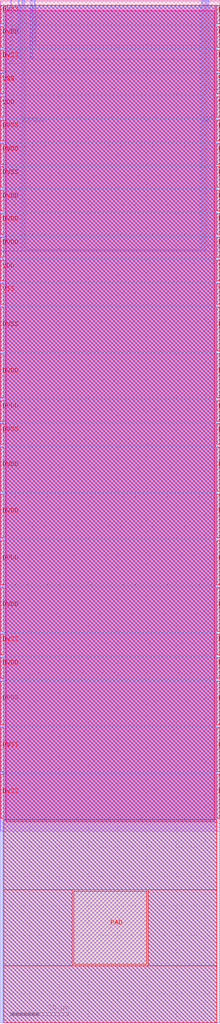
<source format=lef>
VERSION 5.7 ;
  NOWIREEXTENSIONATPIN ON ;
  DIVIDERCHAR "/" ;
  BUSBITCHARS "[]" ;
MACRO gf180mcu_fd_io__bi_t
  CLASS PAD INOUT ;
  FOREIGN gf180mcu_fd_io__bi_t ;
  ORIGIN 0.000 0.000 ;
  SIZE 75.000 BY 350.000 ;
  SYMMETRY X Y R90 ;
  SITE GF_IO_Site ;
  PIN A
    DIRECTION INPUT ;
    USE SIGNAL ;
    ANTENNAGATEAREA 4.200000 ;
    ANTENNADIFFAREA 1.000000 ;
    PORT
      LAYER Metal2 ;
        RECT 69.400 264.460 69.780 350.000 ;
    END
  END A
  PIN CS
    DIRECTION INPUT ;
    USE SIGNAL ;
    ANTENNAGATEAREA 3.150000 ;
    ANTENNADIFFAREA 1.000000 ;
    PORT
      LAYER Metal2 ;
        RECT 3.360 328.545 3.740 350.000 ;
    END
  END CS
  PIN DVDD
    DIRECTION INOUT ;
    USE POWER ;
    PORT
      LAYER Metal5 ;
        RECT 74.000 118.000 75.000 125.000 ;
    END
    PORT
      LAYER Metal5 ;
        RECT 74.000 182.000 75.000 197.000 ;
    END
    PORT
      LAYER Metal5 ;
        RECT 74.000 166.000 75.000 181.000 ;
    END
    PORT
      LAYER Metal5 ;
        RECT 74.000 150.000 75.000 165.000 ;
    END
    PORT
      LAYER Metal5 ;
        RECT 74.000 134.000 75.000 149.000 ;
    END
    PORT
      LAYER Metal5 ;
        RECT 74.000 214.000 75.000 229.000 ;
    END
    PORT
      LAYER Metal5 ;
        RECT 74.000 206.000 75.000 213.000 ;
    END
    PORT
      LAYER Metal5 ;
        RECT 74.000 278.000 75.000 285.000 ;
    END
    PORT
      LAYER Metal5 ;
        RECT 74.000 270.000 75.000 277.000 ;
    END
    PORT
      LAYER Metal5 ;
        RECT 74.000 262.000 75.000 269.000 ;
    END
    PORT
      LAYER Metal5 ;
        RECT 74.000 294.000 75.000 301.000 ;
    END
    PORT
      LAYER Metal5 ;
        RECT 74.000 334.000 75.000 341.000 ;
    END
    PORT
      LAYER Metal4 ;
        RECT 74.000 118.000 75.000 125.000 ;
    END
    PORT
      LAYER Metal4 ;
        RECT 74.000 182.000 75.000 197.000 ;
    END
    PORT
      LAYER Metal4 ;
        RECT 74.000 166.000 75.000 181.000 ;
    END
    PORT
      LAYER Metal4 ;
        RECT 74.000 150.000 75.000 165.000 ;
    END
    PORT
      LAYER Metal4 ;
        RECT 74.000 134.000 75.000 149.000 ;
    END
    PORT
      LAYER Metal4 ;
        RECT 74.000 214.000 75.000 229.000 ;
    END
    PORT
      LAYER Metal4 ;
        RECT 74.000 206.000 75.000 213.000 ;
    END
    PORT
      LAYER Metal4 ;
        RECT 74.000 278.000 75.000 285.000 ;
    END
    PORT
      LAYER Metal4 ;
        RECT 74.000 270.000 75.000 277.000 ;
    END
    PORT
      LAYER Metal4 ;
        RECT 74.000 262.000 75.000 269.000 ;
    END
    PORT
      LAYER Metal4 ;
        RECT 74.000 294.000 75.000 301.000 ;
    END
    PORT
      LAYER Metal4 ;
        RECT 74.000 334.000 75.000 341.000 ;
    END
    PORT
      LAYER Metal3 ;
        RECT 74.000 118.000 75.000 125.000 ;
    END
    PORT
      LAYER Metal3 ;
        RECT 74.000 182.000 75.000 197.000 ;
    END
    PORT
      LAYER Metal3 ;
        RECT 74.000 166.000 75.000 181.000 ;
    END
    PORT
      LAYER Metal3 ;
        RECT 74.000 150.000 75.000 165.000 ;
    END
    PORT
      LAYER Metal3 ;
        RECT 74.000 134.000 75.000 149.000 ;
    END
    PORT
      LAYER Metal3 ;
        RECT 74.000 214.000 75.000 229.000 ;
    END
    PORT
      LAYER Metal3 ;
        RECT 74.000 206.000 75.000 213.000 ;
    END
    PORT
      LAYER Metal3 ;
        RECT 74.000 278.000 75.000 285.000 ;
    END
    PORT
      LAYER Metal3 ;
        RECT 74.000 270.000 75.000 277.000 ;
    END
    PORT
      LAYER Metal3 ;
        RECT 74.000 262.000 75.000 269.000 ;
    END
    PORT
      LAYER Metal3 ;
        RECT 74.000 294.000 75.000 301.000 ;
    END
    PORT
      LAYER Metal3 ;
        RECT 74.000 334.000 75.000 341.000 ;
    END
    PORT
      LAYER Metal3 ;
        RECT 0.000 334.000 1.000 341.000 ;
    END
    PORT
      LAYER Metal3 ;
        RECT 0.000 294.000 1.000 301.000 ;
    END
    PORT
      LAYER Metal3 ;
        RECT 0.000 262.000 1.000 269.000 ;
    END
    PORT
      LAYER Metal3 ;
        RECT 0.000 270.000 1.000 277.000 ;
    END
    PORT
      LAYER Metal3 ;
        RECT 0.000 278.000 1.000 285.000 ;
    END
    PORT
      LAYER Metal3 ;
        RECT 0.000 206.000 1.000 213.000 ;
    END
    PORT
      LAYER Metal3 ;
        RECT 0.000 214.000 1.000 229.000 ;
    END
    PORT
      LAYER Metal3 ;
        RECT 0.000 134.000 1.000 149.000 ;
    END
    PORT
      LAYER Metal3 ;
        RECT 0.000 150.000 1.000 165.000 ;
    END
    PORT
      LAYER Metal3 ;
        RECT 0.000 166.000 1.000 181.000 ;
    END
    PORT
      LAYER Metal3 ;
        RECT 0.000 182.000 1.000 197.000 ;
    END
    PORT
      LAYER Metal4 ;
        RECT 0.000 334.000 1.000 341.000 ;
    END
    PORT
      LAYER Metal4 ;
        RECT 0.000 294.000 1.000 301.000 ;
    END
    PORT
      LAYER Metal4 ;
        RECT 0.000 262.000 1.000 269.000 ;
    END
    PORT
      LAYER Metal4 ;
        RECT 0.000 270.000 1.000 277.000 ;
    END
    PORT
      LAYER Metal4 ;
        RECT 0.000 278.000 1.000 285.000 ;
    END
    PORT
      LAYER Metal4 ;
        RECT 0.000 206.000 1.000 213.000 ;
    END
    PORT
      LAYER Metal4 ;
        RECT 0.000 214.000 1.000 229.000 ;
    END
    PORT
      LAYER Metal4 ;
        RECT 0.000 134.000 1.000 149.000 ;
    END
    PORT
      LAYER Metal4 ;
        RECT 0.000 150.000 1.000 165.000 ;
    END
    PORT
      LAYER Metal4 ;
        RECT 0.000 166.000 1.000 181.000 ;
    END
    PORT
      LAYER Metal4 ;
        RECT 0.000 182.000 1.000 197.000 ;
    END
    PORT
      LAYER Metal5 ;
        RECT 0.000 334.000 1.000 341.000 ;
    END
    PORT
      LAYER Metal5 ;
        RECT 0.000 294.000 1.000 301.000 ;
    END
    PORT
      LAYER Metal5 ;
        RECT 0.000 262.000 1.000 269.000 ;
    END
    PORT
      LAYER Metal5 ;
        RECT 0.000 270.000 1.000 277.000 ;
    END
    PORT
      LAYER Metal5 ;
        RECT 0.000 278.000 1.000 285.000 ;
    END
    PORT
      LAYER Metal5 ;
        RECT 0.000 206.000 1.000 213.000 ;
    END
    PORT
      LAYER Metal5 ;
        RECT 0.000 214.000 1.000 229.000 ;
    END
    PORT
      LAYER Metal5 ;
        RECT 0.000 134.000 1.000 149.000 ;
    END
    PORT
      LAYER Metal5 ;
        RECT 0.000 150.000 1.000 165.000 ;
    END
    PORT
      LAYER Metal5 ;
        RECT 0.000 166.000 1.000 181.000 ;
    END
    PORT
      LAYER Metal5 ;
        RECT 0.000 182.000 1.000 197.000 ;
    END
    PORT
      LAYER Metal5 ;
        RECT 0.000 118.000 1.000 125.000 ;
    END
    PORT
      LAYER Metal4 ;
        RECT 0.000 118.000 1.000 125.000 ;
    END
    PORT
      LAYER Metal3 ;
        RECT 0.000 118.000 1.000 125.000 ;
    END
  END DVDD
  PIN DVSS
    DIRECTION INOUT ;
    USE GROUND ;
    PORT
      LAYER Metal5 ;
        RECT 74.000 102.000 75.000 117.000 ;
    END
    PORT
      LAYER Metal5 ;
        RECT 74.000 86.000 75.000 101.000 ;
    END
    PORT
      LAYER Metal5 ;
        RECT 74.000 70.000 75.000 85.000 ;
    END
    PORT
      LAYER Metal5 ;
        RECT 74.000 126.000 75.000 133.000 ;
    END
    PORT
      LAYER Metal5 ;
        RECT 74.000 198.000 75.000 205.000 ;
    END
    PORT
      LAYER Metal5 ;
        RECT 74.000 230.000 75.000 245.000 ;
    END
    PORT
      LAYER Metal5 ;
        RECT 74.000 286.000 75.000 293.000 ;
    END
    PORT
      LAYER Metal5 ;
        RECT 74.000 302.000 75.000 309.000 ;
    END
    PORT
      LAYER Metal5 ;
        RECT 74.000 326.000 75.000 333.000 ;
    END
    PORT
      LAYER Metal5 ;
        RECT 74.000 342.000 75.000 348.390 ;
    END
    PORT
      LAYER Metal4 ;
        RECT 74.000 102.000 75.000 117.000 ;
    END
    PORT
      LAYER Metal4 ;
        RECT 74.000 86.000 75.000 101.000 ;
    END
    PORT
      LAYER Metal4 ;
        RECT 74.000 70.000 75.000 85.000 ;
    END
    PORT
      LAYER Metal4 ;
        RECT 74.000 126.000 75.000 133.000 ;
    END
    PORT
      LAYER Metal4 ;
        RECT 74.000 198.000 75.000 205.000 ;
    END
    PORT
      LAYER Metal4 ;
        RECT 74.000 230.000 75.000 245.000 ;
    END
    PORT
      LAYER Metal4 ;
        RECT 74.000 286.000 75.000 293.000 ;
    END
    PORT
      LAYER Metal4 ;
        RECT 74.000 302.000 75.000 309.000 ;
    END
    PORT
      LAYER Metal4 ;
        RECT 74.000 326.000 75.000 333.000 ;
    END
    PORT
      LAYER Metal4 ;
        RECT 74.000 342.000 75.000 348.390 ;
    END
    PORT
      LAYER Metal3 ;
        RECT 74.000 102.000 75.000 117.000 ;
    END
    PORT
      LAYER Metal3 ;
        RECT 74.000 86.000 75.000 101.000 ;
    END
    PORT
      LAYER Metal3 ;
        RECT 74.000 70.000 75.000 85.000 ;
    END
    PORT
      LAYER Metal3 ;
        RECT 74.000 126.000 75.000 133.000 ;
    END
    PORT
      LAYER Metal3 ;
        RECT 74.000 198.000 75.000 205.000 ;
    END
    PORT
      LAYER Metal3 ;
        RECT 74.000 230.000 75.000 245.000 ;
    END
    PORT
      LAYER Metal3 ;
        RECT 74.000 286.000 75.000 293.000 ;
    END
    PORT
      LAYER Metal3 ;
        RECT 74.000 302.000 75.000 309.000 ;
    END
    PORT
      LAYER Metal3 ;
        RECT 74.000 326.000 75.000 333.000 ;
    END
    PORT
      LAYER Metal3 ;
        RECT 74.000 342.000 75.000 348.390 ;
    END
    PORT
      LAYER Metal3 ;
        RECT 0.000 342.000 1.000 348.390 ;
    END
    PORT
      LAYER Metal3 ;
        RECT 0.000 326.000 1.000 333.000 ;
    END
    PORT
      LAYER Metal3 ;
        RECT 0.000 302.000 1.000 309.000 ;
    END
    PORT
      LAYER Metal3 ;
        RECT 0.000 286.000 1.000 293.000 ;
    END
    PORT
      LAYER Metal3 ;
        RECT 0.000 230.000 1.000 245.000 ;
    END
    PORT
      LAYER Metal3 ;
        RECT 0.000 198.000 1.000 205.000 ;
    END
    PORT
      LAYER Metal3 ;
        RECT 0.000 126.000 1.000 133.000 ;
    END
    PORT
      LAYER Metal3 ;
        RECT 0.000 70.000 1.000 85.000 ;
    END
    PORT
      LAYER Metal3 ;
        RECT 0.000 86.000 1.000 101.000 ;
    END
    PORT
      LAYER Metal4 ;
        RECT 0.000 342.000 1.000 348.390 ;
    END
    PORT
      LAYER Metal4 ;
        RECT 0.000 326.000 1.000 333.000 ;
    END
    PORT
      LAYER Metal4 ;
        RECT 0.000 302.000 1.000 309.000 ;
    END
    PORT
      LAYER Metal4 ;
        RECT 0.000 286.000 1.000 293.000 ;
    END
    PORT
      LAYER Metal4 ;
        RECT 0.000 230.000 1.000 245.000 ;
    END
    PORT
      LAYER Metal4 ;
        RECT 0.000 198.000 1.000 205.000 ;
    END
    PORT
      LAYER Metal4 ;
        RECT 0.000 126.000 1.000 133.000 ;
    END
    PORT
      LAYER Metal4 ;
        RECT 0.000 70.000 1.000 85.000 ;
    END
    PORT
      LAYER Metal4 ;
        RECT 0.000 86.000 1.000 101.000 ;
    END
    PORT
      LAYER Metal5 ;
        RECT 0.000 342.000 1.000 348.390 ;
    END
    PORT
      LAYER Metal5 ;
        RECT 0.000 326.000 1.000 333.000 ;
    END
    PORT
      LAYER Metal5 ;
        RECT 0.000 302.000 1.000 309.000 ;
    END
    PORT
      LAYER Metal5 ;
        RECT 0.000 286.000 1.000 293.000 ;
    END
    PORT
      LAYER Metal5 ;
        RECT 0.000 230.000 1.000 245.000 ;
    END
    PORT
      LAYER Metal5 ;
        RECT 0.000 198.000 1.000 205.000 ;
    END
    PORT
      LAYER Metal5 ;
        RECT 0.000 126.000 1.000 133.000 ;
    END
    PORT
      LAYER Metal5 ;
        RECT 0.000 70.000 1.000 85.000 ;
    END
    PORT
      LAYER Metal5 ;
        RECT 0.000 86.000 1.000 101.000 ;
    END
    PORT
      LAYER Metal5 ;
        RECT 0.000 102.000 1.000 117.000 ;
    END
    PORT
      LAYER Metal4 ;
        RECT 0.000 102.000 1.000 117.000 ;
    END
    PORT
      LAYER Metal3 ;
        RECT 0.000 102.000 1.000 117.000 ;
    END
  END DVSS
  PIN IE
    DIRECTION INPUT ;
    USE SIGNAL ;
    ANTENNAGATEAREA 3.150000 ;
    ANTENNADIFFAREA 1.000000 ;
    PORT
      LAYER Metal2 ;
        RECT 11.385 334.920 11.765 350.000 ;
    END
  END IE
  PIN OE
    DIRECTION INPUT ;
    USE SIGNAL ;
    ANTENNAGATEAREA 16.799999 ;
    ANTENNADIFFAREA 7.776000 ;
    PORT
      LAYER Metal2 ;
        RECT 70.130 266.340 70.510 350.000 ;
    END
  END OE
  PIN PAD
    DIRECTION INOUT ;
    USE SIGNAL ;
    ANTENNADIFFAREA 258.720001 ;
    PORT
      LAYER Metal5 ;
        RECT 25.000 20.000 50.000 45.000 ;
    END
  END PAD
  PIN PD
    DIRECTION INPUT ;
    USE SIGNAL ;
    ANTENNAGATEAREA 10.500000 ;
    ANTENNADIFFAREA 1.000000 ;
    PORT
      LAYER Metal2 ;
        RECT 10.330 330.100 10.710 350.000 ;
    END
  END PD
  PIN PDRV0
    DIRECTION INPUT ;
    USE SIGNAL ;
    ANTENNAGATEAREA 4.200000 ;
    ANTENNADIFFAREA 2.592000 ;
    PORT
      LAYER Metal2 ;
        RECT 7.110 264.665 7.490 350.000 ;
    END
  END PDRV0
  PIN PDRV1
    DIRECTION INPUT ;
    USE SIGNAL ;
    ANTENNAGATEAREA 4.200000 ;
    ANTENNADIFFAREA 2.592000 ;
    PORT
      LAYER Metal2 ;
        RECT 7.820 264.990 8.200 350.000 ;
    END
  END PDRV1
  PIN PU
    DIRECTION INPUT ;
    USE SIGNAL ;
    ANTENNAGATEAREA 7.350000 ;
    ANTENNADIFFAREA 2.980000 ;
    PORT
      LAYER Metal2 ;
        RECT 5.965 330.420 6.345 350.000 ;
    END
  END PU
  PIN SL
    DIRECTION INPUT ;
    USE SIGNAL ;
    ANTENNAGATEAREA 3.150000 ;
    ANTENNADIFFAREA 1.000000 ;
    PORT
      LAYER Metal2 ;
        RECT 68.670 265.140 69.050 350.000 ;
    END
  END SL
  PIN VDD
    DIRECTION INOUT ;
    USE POWER ;
    PORT
      LAYER Metal5 ;
        RECT 74.000 254.000 75.000 261.000 ;
    END
    PORT
      LAYER Metal5 ;
        RECT 74.000 310.000 75.000 317.000 ;
    END
    PORT
      LAYER Metal4 ;
        RECT 74.000 254.000 75.000 261.000 ;
    END
    PORT
      LAYER Metal4 ;
        RECT 74.000 310.000 75.000 317.000 ;
    END
    PORT
      LAYER Metal3 ;
        RECT 74.000 254.000 75.000 261.000 ;
    END
    PORT
      LAYER Metal3 ;
        RECT 74.000 310.000 75.000 317.000 ;
    END
    PORT
      LAYER Metal3 ;
        RECT 0.000 310.000 1.000 317.000 ;
    END
    PORT
      LAYER Metal4 ;
        RECT 0.000 310.000 1.000 317.000 ;
    END
    PORT
      LAYER Metal5 ;
        RECT 0.000 310.000 1.000 317.000 ;
    END
    PORT
      LAYER Metal5 ;
        RECT 0.000 254.000 1.000 261.000 ;
    END
    PORT
      LAYER Metal4 ;
        RECT 0.000 254.000 1.000 261.000 ;
    END
    PORT
      LAYER Metal3 ;
        RECT 0.000 254.000 1.000 261.000 ;
    END
  END VDD
  PIN VSS
    DIRECTION INOUT ;
    USE GROUND ;
    PORT
      LAYER Metal5 ;
        RECT 74.000 246.000 75.000 253.000 ;
    END
    PORT
      LAYER Metal5 ;
        RECT 74.000 318.000 75.000 325.000 ;
    END
    PORT
      LAYER Metal4 ;
        RECT 74.000 246.000 75.000 253.000 ;
    END
    PORT
      LAYER Metal4 ;
        RECT 74.000 318.000 75.000 325.000 ;
    END
    PORT
      LAYER Metal3 ;
        RECT 74.000 246.000 75.000 253.000 ;
    END
    PORT
      LAYER Metal3 ;
        RECT 74.000 318.000 75.000 325.000 ;
    END
    PORT
      LAYER Metal3 ;
        RECT 0.000 318.000 1.000 325.000 ;
    END
    PORT
      LAYER Metal4 ;
        RECT 0.000 318.000 1.000 325.000 ;
    END
    PORT
      LAYER Metal5 ;
        RECT 0.000 318.000 1.000 325.000 ;
    END
    PORT
      LAYER Metal5 ;
        RECT 0.000 246.000 1.000 253.000 ;
    END
    PORT
      LAYER Metal4 ;
        RECT 0.000 246.000 1.000 253.000 ;
    END
    PORT
      LAYER Metal3 ;
        RECT 0.000 246.000 1.000 253.000 ;
    END
  END VSS
  PIN Y
    DIRECTION OUTPUT ;
    USE SIGNAL ;
    ANTENNADIFFAREA 7.800000 ;
    PORT
      LAYER Metal2 ;
        RECT 70.860 319.900 71.240 350.000 ;
    END
  END Y
  OBS
      LAYER Nwell ;
        RECT 1.820 68.895 73.180 346.535 ;
      LAYER Metal1 ;
        RECT -0.160 65.540 75.160 349.785 ;
      LAYER Metal2 ;
        RECT 0.000 328.245 3.060 348.375 ;
        RECT 4.040 330.120 5.665 348.375 ;
        RECT 6.645 330.120 6.810 348.375 ;
        RECT 4.040 328.245 6.810 330.120 ;
        RECT 0.000 264.365 6.810 328.245 ;
        RECT 8.500 329.800 10.030 348.375 ;
        RECT 11.010 334.620 11.085 348.375 ;
        RECT 12.065 334.620 68.370 348.375 ;
        RECT 11.010 329.800 68.370 334.620 ;
        RECT 8.500 264.840 68.370 329.800 ;
        RECT 71.540 319.600 75.000 348.375 ;
        RECT 70.810 266.040 75.000 319.600 ;
        RECT 8.500 264.690 69.100 264.840 ;
        RECT 7.790 264.365 69.100 264.690 ;
        RECT 0.000 264.160 69.100 264.365 ;
        RECT 70.080 264.160 75.000 266.040 ;
        RECT 0.000 0.000 75.000 264.160 ;
      LAYER Metal3 ;
        RECT 1.300 341.700 73.700 348.390 ;
        RECT 0.665 341.300 74.000 341.700 ;
        RECT 1.300 333.700 73.700 341.300 ;
        RECT 0.665 333.300 74.000 333.700 ;
        RECT 1.300 325.700 73.700 333.300 ;
        RECT 0.665 325.300 74.000 325.700 ;
        RECT 1.300 317.700 73.700 325.300 ;
        RECT 0.665 317.300 74.000 317.700 ;
        RECT 1.300 309.700 73.700 317.300 ;
        RECT 0.665 309.300 74.000 309.700 ;
        RECT 1.300 301.700 73.700 309.300 ;
        RECT 0.665 301.300 74.000 301.700 ;
        RECT 1.300 293.700 73.700 301.300 ;
        RECT 0.665 293.300 74.000 293.700 ;
        RECT 1.300 285.700 73.700 293.300 ;
        RECT 0.665 285.300 74.000 285.700 ;
        RECT 1.300 277.700 73.700 285.300 ;
        RECT 0.665 277.300 74.000 277.700 ;
        RECT 1.300 269.700 73.700 277.300 ;
        RECT 0.665 269.300 74.000 269.700 ;
        RECT 1.300 261.700 73.700 269.300 ;
        RECT 0.665 261.300 74.000 261.700 ;
        RECT 1.300 253.700 73.700 261.300 ;
        RECT 0.665 253.300 74.000 253.700 ;
        RECT 1.300 245.700 73.700 253.300 ;
        RECT 0.665 245.300 74.000 245.700 ;
        RECT 1.300 229.700 73.700 245.300 ;
        RECT 0.665 229.300 74.000 229.700 ;
        RECT 1.300 213.700 73.700 229.300 ;
        RECT 0.665 213.300 74.000 213.700 ;
        RECT 1.300 205.700 73.700 213.300 ;
        RECT 0.665 205.300 74.000 205.700 ;
        RECT 1.300 197.700 73.700 205.300 ;
        RECT 0.665 197.300 74.000 197.700 ;
        RECT 1.300 181.700 73.700 197.300 ;
        RECT 0.665 181.300 74.000 181.700 ;
        RECT 1.300 165.700 73.700 181.300 ;
        RECT 0.665 165.300 74.000 165.700 ;
        RECT 1.300 149.700 73.700 165.300 ;
        RECT 0.665 149.300 74.000 149.700 ;
        RECT 1.300 133.700 73.700 149.300 ;
        RECT 0.665 133.300 74.000 133.700 ;
        RECT 1.300 125.700 73.700 133.300 ;
        RECT 0.665 125.300 74.000 125.700 ;
        RECT 1.300 117.700 73.700 125.300 ;
        RECT 0.665 117.300 74.000 117.700 ;
        RECT 1.300 101.700 73.700 117.300 ;
        RECT 0.665 101.300 74.000 101.700 ;
        RECT 1.300 85.700 73.700 101.300 ;
        RECT 0.665 85.300 74.000 85.700 ;
        RECT 1.300 69.700 73.700 85.300 ;
        RECT 0.665 0.000 74.000 69.700 ;
      LAYER Metal4 ;
        RECT 1.300 341.700 73.700 348.390 ;
        RECT 1.000 341.300 74.000 341.700 ;
        RECT 1.300 333.700 73.700 341.300 ;
        RECT 1.000 333.300 74.000 333.700 ;
        RECT 1.300 325.700 73.700 333.300 ;
        RECT 1.000 325.300 74.000 325.700 ;
        RECT 1.300 317.700 73.700 325.300 ;
        RECT 1.000 317.300 74.000 317.700 ;
        RECT 1.300 309.700 73.700 317.300 ;
        RECT 1.000 309.300 74.000 309.700 ;
        RECT 1.300 301.700 73.700 309.300 ;
        RECT 1.000 301.300 74.000 301.700 ;
        RECT 1.300 293.700 73.700 301.300 ;
        RECT 1.000 293.300 74.000 293.700 ;
        RECT 1.300 285.700 73.700 293.300 ;
        RECT 1.000 285.300 74.000 285.700 ;
        RECT 1.300 277.700 73.700 285.300 ;
        RECT 1.000 277.300 74.000 277.700 ;
        RECT 1.300 269.700 73.700 277.300 ;
        RECT 1.000 269.300 74.000 269.700 ;
        RECT 1.300 261.700 73.700 269.300 ;
        RECT 1.000 261.300 74.000 261.700 ;
        RECT 1.300 253.700 73.700 261.300 ;
        RECT 1.000 253.300 74.000 253.700 ;
        RECT 1.300 245.700 73.700 253.300 ;
        RECT 1.000 245.300 74.000 245.700 ;
        RECT 1.300 229.700 73.700 245.300 ;
        RECT 1.000 229.300 74.000 229.700 ;
        RECT 1.300 213.700 73.700 229.300 ;
        RECT 1.000 213.300 74.000 213.700 ;
        RECT 1.300 205.700 73.700 213.300 ;
        RECT 1.000 205.300 74.000 205.700 ;
        RECT 1.300 197.700 73.700 205.300 ;
        RECT 1.000 197.300 74.000 197.700 ;
        RECT 1.300 181.700 73.700 197.300 ;
        RECT 1.000 181.300 74.000 181.700 ;
        RECT 1.300 165.700 73.700 181.300 ;
        RECT 1.000 165.300 74.000 165.700 ;
        RECT 1.300 149.700 73.700 165.300 ;
        RECT 1.000 149.300 74.000 149.700 ;
        RECT 1.300 133.700 73.700 149.300 ;
        RECT 1.000 133.300 74.000 133.700 ;
        RECT 1.300 125.700 73.700 133.300 ;
        RECT 1.000 125.300 74.000 125.700 ;
        RECT 1.300 117.700 73.700 125.300 ;
        RECT 1.000 117.300 74.000 117.700 ;
        RECT 1.300 101.700 73.700 117.300 ;
        RECT 1.000 101.300 74.000 101.700 ;
        RECT 1.300 85.700 73.700 101.300 ;
        RECT 1.000 85.300 74.000 85.700 ;
        RECT 1.300 69.700 73.700 85.300 ;
        RECT 1.000 0.000 74.000 69.700 ;
      LAYER Metal5 ;
        RECT 1.500 69.500 73.500 348.390 ;
        RECT 1.000 45.500 74.000 69.500 ;
        RECT 1.000 19.500 24.500 45.500 ;
        RECT 50.500 19.500 74.000 45.500 ;
        RECT 1.000 0.000 74.000 19.500 ;
  END
END gf180mcu_fd_io__bi_t
END LIBRARY


</source>
